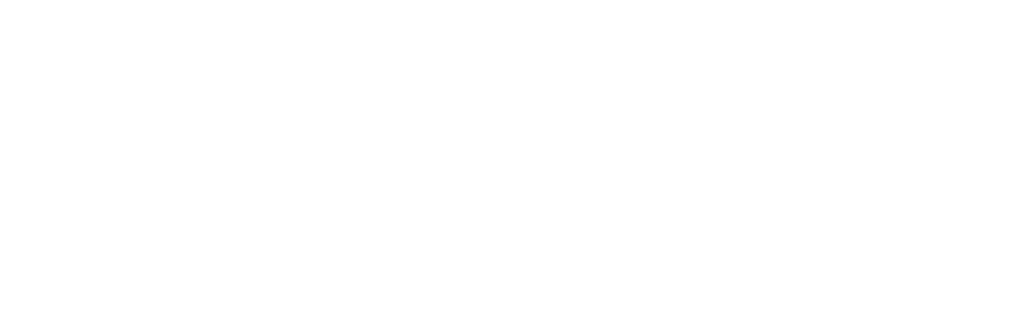
<source format=kicad_pcb>
(kicad_pcb (version 20171130) (host pcbnew 5.1.10-88a1d61d58~88~ubuntu20.04.1)

  (general
    (thickness 1.6)
    (drawings 30)
    (tracks 0)
    (zones 0)
    (modules 0)
    (nets 1)
  )

  (page A4)
  (layers
    (0 F.Cu signal)
    (31 B.Cu signal)
    (32 B.Adhes user)
    (33 F.Adhes user)
    (34 B.Paste user)
    (35 F.Paste user)
    (36 B.SilkS user)
    (37 F.SilkS user)
    (38 B.Mask user)
    (39 F.Mask user)
    (40 Dwgs.User user)
    (41 Cmts.User user)
    (42 Eco1.User user)
    (43 Eco2.User user)
    (44 Edge.Cuts user)
    (45 Margin user)
    (46 B.CrtYd user)
    (47 F.CrtYd user)
    (48 B.Fab user hide)
    (49 F.Fab user hide)
  )

  (setup
    (last_trace_width 0.25)
    (user_trace_width 0.3)
    (user_trace_width 0.4)
    (user_trace_width 0.5)
    (user_trace_width 1)
    (trace_clearance 0.2)
    (zone_clearance 0.508)
    (zone_45_only no)
    (trace_min 0.2)
    (via_size 0.8)
    (via_drill 0.4)
    (via_min_size 0.4)
    (via_min_drill 0.3)
    (user_via 1 0.8)
    (uvia_size 0.3)
    (uvia_drill 0.1)
    (uvias_allowed no)
    (uvia_min_size 0.2)
    (uvia_min_drill 0.1)
    (edge_width 0.05)
    (segment_width 0.2)
    (pcb_text_width 0.3)
    (pcb_text_size 1.5 1.5)
    (mod_edge_width 0.12)
    (mod_text_size 1 1)
    (mod_text_width 0.15)
    (pad_size 1 1)
    (pad_drill 0)
    (pad_to_mask_clearance 0.05)
    (aux_axis_origin 0 0)
    (visible_elements FFFFFF7F)
    (pcbplotparams
      (layerselection 0x010f0_ffffffff)
      (usegerberextensions false)
      (usegerberattributes false)
      (usegerberadvancedattributes false)
      (creategerberjobfile false)
      (excludeedgelayer true)
      (linewidth 0.100000)
      (plotframeref false)
      (viasonmask false)
      (mode 1)
      (useauxorigin false)
      (hpglpennumber 1)
      (hpglpenspeed 20)
      (hpglpendiameter 15.000000)
      (psnegative false)
      (psa4output false)
      (plotreference true)
      (plotvalue true)
      (plotinvisibletext false)
      (padsonsilk false)
      (subtractmaskfromsilk false)
      (outputformat 1)
      (mirror false)
      (drillshape 0)
      (scaleselection 1)
      (outputdirectory "../construction_docs/gerbers/"))
  )

  (net 0 "")

  (net_class Default "This is the default net class."
    (clearance 0.2)
    (trace_width 0.25)
    (via_dia 0.8)
    (via_drill 0.4)
    (uvia_dia 0.3)
    (uvia_drill 0.1)
  )

  (gr_arc (start 152.4 55.88) (end 152.4 60.96) (angle -90) (layer Dwgs.User) (width 0.15) (tstamp 60C2A578))
  (gr_arc (start 81.28 55.88) (end 76.2 55.88) (angle -90) (layer Dwgs.User) (width 0.15) (tstamp 60C2A578))
  (gr_arc (start 81.28 40.64) (end 81.28 35.56) (angle -90) (layer Dwgs.User) (width 0.15) (tstamp 60C2A578))
  (gr_arc (start 152.4 40.64) (end 157.48 40.64) (angle -90) (layer Dwgs.User) (width 0.15))
  (gr_line (start 157.48 55.88) (end 157.48 40.64) (layer Dwgs.User) (width 0.15))
  (gr_line (start 81.28 60.96) (end 152.4 60.96) (layer Dwgs.User) (width 0.15))
  (gr_line (start 76.2 40.64) (end 76.2 55.88) (layer Dwgs.User) (width 0.15))
  (gr_line (start 81.28 35.56) (end 81.28 35.56) (layer Dwgs.User) (width 0.15))
  (gr_line (start 152.4 35.56) (end 81.28 35.56) (layer Dwgs.User) (width 0.15))
  (gr_line (start 113.665001 47.624999) (end 120.015 47.625) (layer Dwgs.User) (width 0.15))
  (gr_arc (start 116.84 43.18) (end 120.014999 47.624999) (angle -288.9246444) (layer Dwgs.User) (width 0.15))
  (gr_circle (center 147.32 50.8) (end 152.12 50.8) (layer Dwgs.User) (width 0.15) (tstamp 60C2A52A))
  (gr_circle (center 86.36 50.8) (end 91.16 50.8) (layer Dwgs.User) (width 0.15) (tstamp 60C2A52A))
  (gr_circle (center 102.87 50.8) (end 107.67 50.8) (layer Dwgs.User) (width 0.15) (tstamp 60C2A52A))
  (gr_circle (center 130.81 50.8) (end 135.61 50.8) (layer Dwgs.User) (width 0.15))
  (gr_line (start 116.84 43.18) (end 116.84 36.83) (layer Dwgs.User) (width 0.15) (tstamp 60C2A4D6))
  (gr_line (start 116.84 43.18) (end 116.84 49.53) (layer Dwgs.User) (width 0.15) (tstamp 60C2A4D5))
  (gr_line (start 123.19 43.18) (end 110.49 43.18) (layer Dwgs.User) (width 0.15) (tstamp 60C2A4D4))
  (gr_line (start 86.36 50.8) (end 86.36 45.085) (layer Dwgs.User) (width 0.15) (tstamp 60C2A4D6))
  (gr_line (start 86.36 50.8) (end 86.36 56.515) (layer Dwgs.User) (width 0.15) (tstamp 60C2A4D5))
  (gr_line (start 92.075 50.8) (end 80.645 50.8) (layer Dwgs.User) (width 0.15) (tstamp 60C2A4D4))
  (gr_line (start 102.87 50.8) (end 102.87 45.085) (layer Dwgs.User) (width 0.15) (tstamp 60C2A4D6))
  (gr_line (start 102.87 50.8) (end 102.87 56.515) (layer Dwgs.User) (width 0.15) (tstamp 60C2A4D5))
  (gr_line (start 108.585 50.8) (end 97.155 50.8) (layer Dwgs.User) (width 0.15) (tstamp 60C2A4D4))
  (gr_line (start 130.81 50.8) (end 130.81 45.085) (layer Dwgs.User) (width 0.15) (tstamp 60C2A4D6))
  (gr_line (start 130.81 50.8) (end 130.81 56.515) (layer Dwgs.User) (width 0.15) (tstamp 60C2A4D5))
  (gr_line (start 136.525 50.8) (end 125.095 50.8) (layer Dwgs.User) (width 0.15) (tstamp 60C2A4D4))
  (gr_line (start 153.035 50.8) (end 141.605 50.8) (layer Dwgs.User) (width 0.15))
  (gr_line (start 147.32 50.8) (end 147.32 56.515) (layer Dwgs.User) (width 0.15))
  (gr_line (start 147.32 50.8) (end 147.32 45.085) (layer Dwgs.User) (width 0.15))

)

</source>
